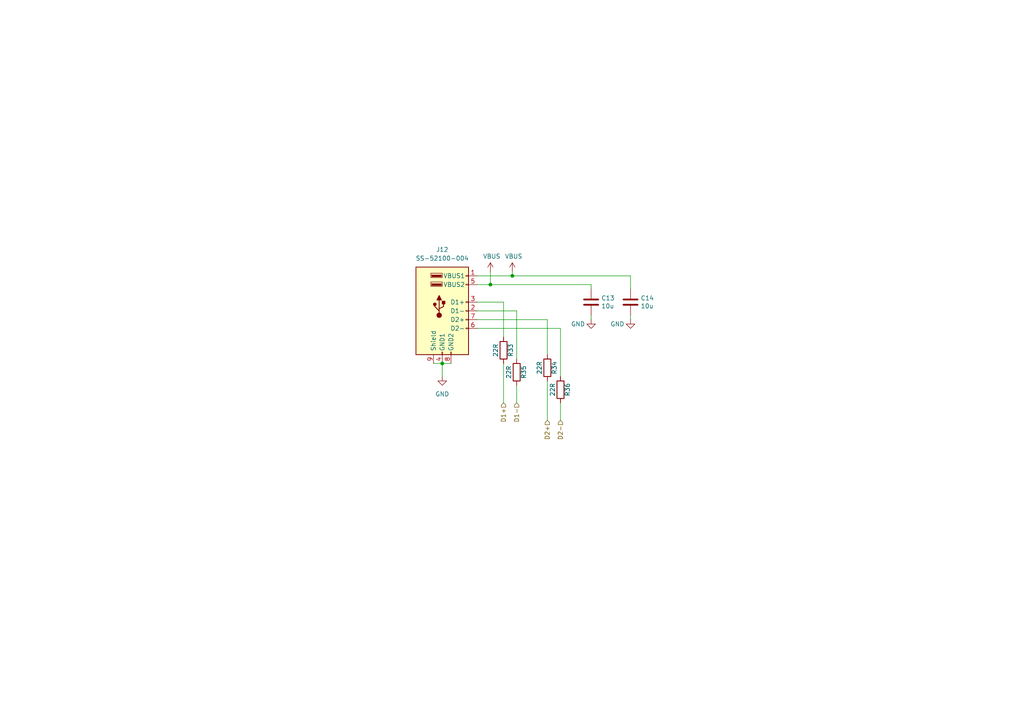
<source format=kicad_sch>
(kicad_sch (version 20250114) (generator "eeschema") (generator_version "9.0")
  (paper "A4")
  (title_block (title "FRANK M2") (date "2025-03-16") (rev "1.03") (company "Mikhail Matveev") (comment 1 "https://github.com/xtremespb/frank"))
  (lib_symbols
    (symbol "Connector:USB_A_Stacked" (pin_names (offset 1.016))
      (property "Reference" "J" (at 0 15.875 0))
      (property "Value" "USB_A_Stacked" (at 0 13.97 0))
      (symbol "USB_A_Stacked_0_1"
        (rectangle (start -7.62 12.7) (end 7.62 -12.7) (stroke (width 0.254)) (fill (type background)))
        (circle (center -2.159 1.905) (radius 0.381) (stroke (width 0.254)) (fill (type outline)))
        (polyline (pts (xy -1.524 3.175) (xy -0.254 3.175) (xy -0.889 4.445) (xy -1.524 3.175)) (stroke (width 0.254)) (fill (type outline)))
        (polyline (pts (xy -0.889 0) (xy -0.889 0.635) (xy 0.381 1.27) (xy 0.381 2.54)) (stroke (width 0.254)))
        (polyline (pts (xy -0.889 -0.635) (xy -0.889 0) (xy -2.159 1.27) (xy -2.159 1.905)) (stroke (width 0.254)))
        (circle (center -0.889 -1.27) (radius 0.635) (stroke (width 0.254)) (fill (type outline)))
        (rectangle (start -0.254 9.906) (end -3.048 10.414) (fill (type outline)))
        (rectangle (start -0.254 7.366) (end -3.048 7.874) (fill (type outline)))
        (rectangle (start -0.127 -12.7) (end 0.127 -11.938))
        (rectangle (start 0 9.652) (end -3.302 10.922))
        (rectangle (start 0 7.112) (end -3.302 8.382))
        (rectangle (start 0 2.794) (end 0.762 2.032) (stroke (width 0.254)) (fill (type outline)))
        (rectangle (start 2.413 -12.7) (end 2.667 -11.938))
        (rectangle (start 7.62 10.033) (end 6.858 10.287))
        (rectangle (start 7.62 7.493) (end 6.858 7.747))
        (rectangle (start 7.62 2.413) (end 6.858 2.667))
        (rectangle (start 7.62 -0.127) (end 6.858 0.127))
        (rectangle (start 7.62 -2.667) (end 6.858 -2.413))
        (rectangle (start 7.62 -5.207) (end 6.858 -4.953))
      )
      (symbol "USB_A_Stacked_1_1"
        (polyline (pts (xy -0.889 0.635) (xy -0.889 3.175)) (stroke (width 0.254)))
        (pin passive line (at -2.54 -15.24 90) (length 2.54) (name "Shield") (number "9"))
        (pin power_in line (at 0 -15.24 90) (length 2.54) (name "GND1") (number "4"))
        (pin power_in line (at 2.54 -15.24 90) (length 2.54) (name "GND2") (number "8"))
        (pin power_in line (at 10.16 10.16 180) (length 2.54) (name "VBUS1") (number "1"))
        (pin power_in line (at 10.16 7.62 180) (length 2.54) (name "VBUS2") (number "5"))
        (pin bidirectional line (at 10.16 2.54 180) (length 2.54) (name "D1+") (number "3"))
        (pin bidirectional line (at 10.16 0 180) (length 2.54) (name "D1-") (number "2"))
        (pin bidirectional line (at 10.16 -2.54 180) (length 2.54) (name "D2+") (number "7"))
        (pin bidirectional line (at 10.16 -5.08 180) (length 2.54) (name "D2-") (number "6"))
      )
    )
    (symbol "Device:C" (pin_numbers (hide yes)) (pin_names (offset 0.254))
      (property "Reference" "C" (at 0.635 2.54 0))
      (property "Value" "C" (at 0.635 -2.54 0))
      (symbol "C_0_1"
        (polyline (pts (xy -2.032 0.762) (xy 2.032 0.762)) (stroke (width 0.508)))
        (polyline (pts (xy -2.032 -0.762) (xy 2.032 -0.762)) (stroke (width 0.508)))
      )
      (symbol "C_1_1"
        (pin passive line (at 0 3.81 270) (length 2.794) (name "~") (number "1"))
        (pin passive line (at 0 -3.81 90) (length 2.794) (name "~") (number "2"))
      )
    )
    (symbol "Device:R" (pin_numbers (hide yes)) (pin_names (offset 0))
      (property "Reference" "R" (at 2.032 0 90))
      (property "Value" "R" (at 0 0 90))
      (symbol "R_0_1"
        (rectangle (start -1.016 -2.54) (end 1.016 2.54) (stroke (width 0.254)))
      )
      (symbol "R_1_1"
        (pin passive line (at 0 3.81 270) (length 1.27) (name "~") (number "1"))
        (pin passive line (at 0 -3.81 90) (length 1.27) (name "~") (number "2"))
      )
    )
    (symbol "GND_1" (power) (pin_numbers (hide yes)) (pin_names (offset 0) (hide yes))
      (property "Value" "GND" (at 0 -3.81 0))
      (symbol "GND_1_0_1"
        (polyline (pts (xy 0 0) (xy 0 -1.27) (xy 1.27 -1.27) (xy 0 -2.54) (xy -1.27 -1.27) (xy 0 -1.27)))
      )
      (symbol "GND_1_1_1"
        (pin power_in line (at 0 0 270) (length 0) (name "~") (number "1"))
      )
    )
    (symbol "GND_2" (power) (pin_numbers (hide yes)) (pin_names (offset 0) (hide yes))
      (property "Value" "GND" (at 0 -3.81 0))
      (symbol "GND_2_0_1"
        (polyline (pts (xy 0 0) (xy 0 -1.27) (xy 1.27 -1.27) (xy 0 -2.54) (xy -1.27 -1.27) (xy 0 -1.27)))
      )
      (symbol "GND_2_1_1"
        (pin power_in line (at 0 0 270) (length 0) (name "~") (number "1"))
      )
    )
    (symbol "VBUS_1" (power) (pin_numbers (hide yes)) (pin_names (offset 0) (hide yes))
      (property "Value" "VBUS" (at 0 3.556 0))
      (symbol "VBUS_1_0_1"
        (polyline (pts (xy -0.762 1.27) (xy 0 2.54)))
        (polyline (pts (xy 0 2.54) (xy 0.762 1.27)))
        (polyline (pts (xy 0 0) (xy 0 2.54)))
      )
      (symbol "VBUS_1_1_1"
        (pin power_in line (at 0 0 90) (length 0) (name "~") (number "1"))
      )
    )
    (symbol "power:GND" (power) (pin_numbers (hide yes)) (pin_names (offset 0) (hide yes))
      (property "Value" "GND" (at 0 -3.81 0))
      (symbol "GND_0_1"
        (polyline (pts (xy 0 0) (xy 0 -1.27) (xy 1.27 -1.27) (xy 0 -2.54) (xy -1.27 -1.27) (xy 0 -1.27)))
      )
      (symbol "GND_1_1"
        (pin power_in line (at 0 0 270) (length 0) (name "~") (number "1"))
      )
    )
    (symbol "power:VBUS" (power) (pin_numbers (hide yes)) (pin_names (offset 0) (hide yes))
      (property "Value" "VBUS" (at 0 3.556 0))
      (symbol "VBUS_0_1"
        (polyline (pts (xy -0.762 1.27) (xy 0 2.54)))
        (polyline (pts (xy 0 2.54) (xy 0.762 1.27)))
        (polyline (pts (xy 0 0) (xy 0 2.54)))
      )
      (symbol "VBUS_1_1"
        (pin power_in line (at 0 0 90) (length 0) (name "~") (number "1"))
      )
    )
  )
  (junction (at 148.59 80.01))
  (junction (at 142.24 82.55))
  (junction (at 128.27 105.41))
  (wire (pts (xy 148.59 78.74) (xy 148.59 80.01)))
  (wire (pts (xy 146.05 87.63) (xy 146.05 97.79)))
  (wire (pts (xy 138.43 95.25) (xy 162.56 95.25)))
  (wire (pts (xy 138.43 92.71) (xy 158.75 92.71)))
  (wire (pts (xy 142.24 82.55) (xy 171.45 82.55)))
  (wire (pts (xy 146.05 105.41) (xy 146.05 116.84)))
  (wire (pts (xy 171.45 91.44) (xy 171.45 92.71)))
  (wire (pts (xy 162.56 95.25) (xy 162.56 109.22)))
  (wire (pts (xy 182.88 91.44) (xy 182.88 92.71)))
  (wire (pts (xy 125.73 105.41) (xy 128.27 105.41)))
  (wire (pts (xy 149.86 90.17) (xy 149.86 104.14)))
  (wire (pts (xy 158.75 110.49) (xy 158.75 121.92)))
  (wire (pts (xy 171.45 82.55) (xy 171.45 83.82)))
  (wire (pts (xy 128.27 105.41) (xy 128.27 109.22)))
  (wire (pts (xy 138.43 90.17) (xy 149.86 90.17)))
  (wire (pts (xy 182.88 83.82) (xy 182.88 80.01)))
  (wire (pts (xy 162.56 116.84) (xy 162.56 121.92)))
  (wire (pts (xy 128.27 105.41) (xy 130.81 105.41)))
  (wire (pts (xy 142.24 78.74) (xy 142.24 82.55)))
  (wire (pts (xy 148.59 80.01) (xy 182.88 80.01)))
  (wire (pts (xy 138.43 82.55) (xy 142.24 82.55)))
  (wire (pts (xy 149.86 111.76) (xy 149.86 116.84)))
  (wire (pts (xy 138.43 80.01) (xy 148.59 80.01)))
  (wire (pts (xy 138.43 87.63) (xy 146.05 87.63)))
  (wire (pts (xy 158.75 92.71) (xy 158.75 102.87)))
  (hierarchical_label "D2+" (shape input) (at 158.75 121.92 270))
  (hierarchical_label "D1-" (shape input) (at 149.86 116.84 270))
  (hierarchical_label "D1+" (shape input) (at 146.05 116.84 270))
  (hierarchical_label "D2-" (shape input) (at 162.56 121.92 270))
  (symbol (lib_id "Connector:USB_A_Stacked") (at 128.27 90.17 0) (unit 1)
    (property "Reference" "J12" (at 128.27 72.39 0))
    (property "Value" "SS-52100-004" (at 128.27 74.93 0))
    (property "Footprint" "FRANK:USB Type A (stacked)" (effects (hide yes)))
    (property "Datasheet" "https://www.belfuse.com/resources/datasheets/stewartconnector/ds-stw-usb-2.0-and-3.0-connectors.pdf" (effects (hide yes)))
    (property "Description" "USB Type A connector, stacked" (effects (hide yes)))
    (property "AliExpress" "https://www.aliexpress.com/item/1005007077769791.html" (effects (hide yes)))
  )
  (symbol (lib_id "Device:C") (at 171.45 87.63 0) (unit 1)
    (property "Reference" "C13" (at 174.371 86.4616 0) (effects (justify left)))
    (property "Value" "10u" (at 174.371 88.773 0) (effects (justify left)))
    (property "Footprint" "FRANK:Capacitor (0805)" (effects (hide yes)))
    (property "Datasheet" "https://eu.mouser.com/datasheet/2/447/KEM_C1075_X7R_HT_SMD-3316221.pdf" (effects (hide yes)))
    (property "AliExpress" "https://www.aliexpress.com/item/33008008276.html" (effects (hide yes)))
  )
  (symbol (lib_id "Device:R") (at 149.86 107.95 0) (mirror x) (unit 1)
    (property "Reference" "R35" (at 151.892 107.95 90))
    (property "Value" "22R" (at 147.574 107.95 90))
    (property "Footprint" "FRANK:Resistor (0805)" (effects (hide yes)))
    (property "Datasheet" "https://www.vishay.com/docs/28952/mcs0402at-mct0603at-mcu0805at-mca1206at.pdf" (effects (hide yes)))
    (property "AliExpress" "https://www.aliexpress.com/item/1005005945735199.html" (effects (hide yes)))
  )
  (symbol (lib_id "Device:C") (at 182.88 87.63 0) (unit 1)
    (property "Reference" "C14" (at 185.801 86.4616 0) (effects (justify left)))
    (property "Value" "10u" (at 185.801 88.773 0) (effects (justify left)))
    (property "Footprint" "FRANK:Capacitor (0805)" (effects (hide yes)))
    (property "Datasheet" "https://eu.mouser.com/datasheet/2/447/KEM_C1075_X7R_HT_SMD-3316221.pdf" (effects (hide yes)))
    (property "AliExpress" "https://www.aliexpress.com/item/33008008276.html" (effects (hide yes)))
  )
  (symbol (lib_name "VBUS_1") (lib_id "power:VBUS") (at 142.24 78.74 0) (unit 1)
    (property "Reference" "#PWR063" (effects (hide yes)))
    (property "Value" "VBUS" (at 142.621 74.3458 0))
    (property "Description" "Power symbol creates a global label with name \"VBUS\"" (effects (hide yes)))
  )
  (symbol (lib_id "power:GND") (at 171.45 92.71 0) (unit 1)
    (property "Reference" "#PWR065" (effects (hide yes)))
    (property "Value" "GND" (at 167.64 93.98 0))
    (property "Description" "Power symbol creates a global label with name \"GND\" , ground" (effects (hide yes)))
  )
  (symbol (lib_id "Device:R") (at 158.75 106.68 0) (mirror x) (unit 1)
    (property "Reference" "R34" (at 160.782 106.68 90))
    (property "Value" "22R" (at 156.464 106.68 90))
    (property "Footprint" "FRANK:Resistor (0805)" (effects (hide yes)))
    (property "Datasheet" "https://www.vishay.com/docs/28952/mcs0402at-mct0603at-mcu0805at-mca1206at.pdf" (effects (hide yes)))
    (property "AliExpress" "https://www.aliexpress.com/item/1005005945735199.html" (effects (hide yes)))
  )
  (symbol (lib_name "GND_2") (lib_id "power:GND") (at 182.88 92.71 0) (unit 1)
    (property "Reference" "#PWR066" (effects (hide yes)))
    (property "Value" "GND" (at 179.07 93.98 0))
    (property "Description" "Power symbol creates a global label with name \"GND\" , ground" (effects (hide yes)))
  )
  (symbol (lib_id "Device:R") (at 146.05 101.6 0) (mirror x) (unit 1)
    (property "Reference" "R33" (at 148.082 101.6 90))
    (property "Value" "22R" (at 143.764 101.6 90))
    (property "Footprint" "FRANK:Resistor (0805)" (effects (hide yes)))
    (property "Datasheet" "https://www.vishay.com/docs/28952/mcs0402at-mct0603at-mcu0805at-mca1206at.pdf" (effects (hide yes)))
    (property "AliExpress" "https://www.aliexpress.com/item/1005005945735199.html" (effects (hide yes)))
  )
  (symbol (lib_id "power:VBUS") (at 148.59 78.74 0) (unit 1)
    (property "Reference" "#PWR064" (effects (hide yes)))
    (property "Value" "VBUS" (at 148.971 74.3458 0))
    (property "Description" "Power symbol creates a global label with name \"VBUS\"" (effects (hide yes)))
  )
  (symbol (lib_name "GND_1") (lib_id "power:GND") (at 128.27 109.22 0) (unit 1)
    (property "Reference" "#PWR067" (effects (hide yes)))
    (property "Value" "GND" (at 128.27 114.3 0))
    (property "Description" "Power symbol creates a global label with name \"GND\" , ground" (effects (hide yes)))
  )
  (symbol (lib_id "Device:R") (at 162.56 113.03 0) (mirror x) (unit 1)
    (property "Reference" "R36" (at 164.592 113.03 90))
    (property "Value" "22R" (at 160.274 113.03 90))
    (property "Footprint" "FRANK:Resistor (0805)" (effects (hide yes)))
    (property "Datasheet" "https://www.vishay.com/docs/28952/mcs0402at-mct0603at-mcu0805at-mca1206at.pdf" (effects (hide yes)))
    (property "AliExpress" "https://www.aliexpress.com/item/1005005945735199.html" (effects (hide yes)))
  )
)
</source>
